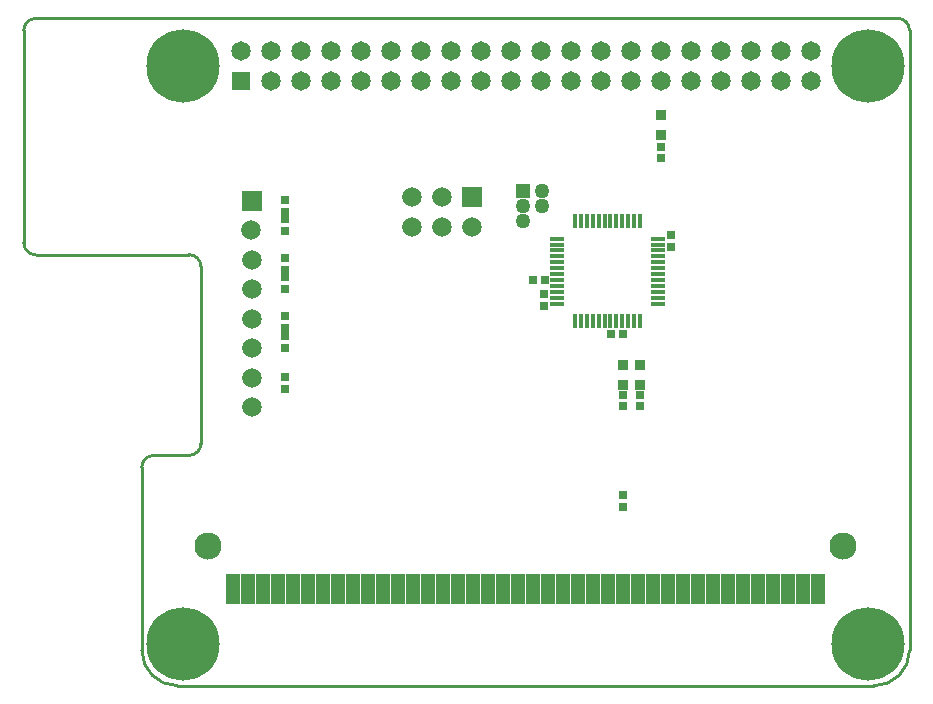
<source format=gts>
G04*
G04 #@! TF.GenerationSoftware,Altium Limited,Altium Designer,21.1.1 (26)*
G04*
G04 Layer_Color=8388736*
%FSAX25Y25*%
%MOIN*%
G70*
G04*
G04 #@! TF.SameCoordinates,385E19C8-3E5E-4D6B-97ED-1EBFA2F8C446*
G04*
G04*
G04 #@! TF.FilePolarity,Negative*
G04*
G01*
G75*
%ADD15C,0.01000*%
%ADD24R,0.04528X0.10433*%
%ADD25R,0.03740X0.03740*%
%ADD26R,0.02756X0.02559*%
%ADD27R,0.05118X0.01575*%
%ADD28R,0.01575X0.05118*%
%ADD29R,0.02756X0.02559*%
%ADD30R,0.02559X0.02756*%
%ADD31R,0.02559X0.02756*%
%ADD32C,0.09055*%
%ADD33C,0.06528*%
%ADD34R,0.06528X0.06528*%
%ADD35C,0.04961*%
%ADD36R,0.04961X0.04961*%
%ADD37R,0.06528X0.06528*%
%ADD38C,0.06496*%
%ADD39R,0.06496X0.06496*%
%ADD40C,0.24409*%
D15*
X-0035433Y0222441D02*
G03*
X-0039370Y0218504I0000000J-0003937D01*
G01*
X0255906D02*
G03*
X0251969Y0222441I-0003937J0000000D01*
G01*
X0000000Y0011811D02*
G03*
X0011811Y0000000I0011811J0000000D01*
G01*
X0244094D02*
G03*
X0255906Y0011811I0000000J0011811D01*
G01*
X0019685Y0139764D02*
G03*
X0015748Y0143701I-0003937J0000000D01*
G01*
X0003937Y0076772D02*
G03*
X0000000Y0072835I0000000J-0003937D01*
G01*
X-0039370Y0147638D02*
G03*
X-0035433Y0143701I0003937J0000000D01*
G01*
X0015748Y0076772D02*
G03*
X0019685Y0080709I0000000J0003937D01*
G01*
X0255906Y0011811D02*
Y0218504D01*
X-0035433Y0222441D02*
X0251969D01*
X-0039370Y0147638D02*
Y0218504D01*
X-0035433Y0143701D02*
X0015748D01*
X0000000Y0011811D02*
Y0072835D01*
X0011811Y0000000D02*
X0244094D01*
X0019685Y0080709D02*
Y0139764D01*
X0003937Y0076772D02*
X0015748D01*
D24*
X0050453Y0032106D02*
D03*
X0030453D02*
D03*
X0035453D02*
D03*
X0040453D02*
D03*
X0045453D02*
D03*
X0055453D02*
D03*
X0060453D02*
D03*
X0065453D02*
D03*
X0070453D02*
D03*
X0075453D02*
D03*
X0080453D02*
D03*
X0085453D02*
D03*
X0090453D02*
D03*
X0095453D02*
D03*
X0100453D02*
D03*
X0205453D02*
D03*
X0210453D02*
D03*
X0215453D02*
D03*
X0220453D02*
D03*
X0225453D02*
D03*
X0180453D02*
D03*
X0185453D02*
D03*
X0190453D02*
D03*
X0195453D02*
D03*
X0200453D02*
D03*
X0155453D02*
D03*
X0160453D02*
D03*
X0165453D02*
D03*
X0170453D02*
D03*
X0175453D02*
D03*
X0130453D02*
D03*
X0135453D02*
D03*
X0140453D02*
D03*
X0145453D02*
D03*
X0150453D02*
D03*
X0105453D02*
D03*
X0110453D02*
D03*
X0115453D02*
D03*
X0120453D02*
D03*
X0125453D02*
D03*
D25*
X0166043Y0100295D02*
D03*
Y0106791D02*
D03*
X0160433D02*
D03*
Y0100295D02*
D03*
X0172953Y0190236D02*
D03*
Y0183740D02*
D03*
D26*
X0047736Y0162008D02*
D03*
Y0158071D02*
D03*
X0173031Y0179724D02*
D03*
Y0175787D02*
D03*
X0047638Y0102756D02*
D03*
Y0098819D02*
D03*
X0047850Y0123316D02*
D03*
Y0119379D02*
D03*
X0047835Y0132185D02*
D03*
Y0136122D02*
D03*
X0047736Y0151476D02*
D03*
Y0155413D02*
D03*
X0047835Y0142618D02*
D03*
Y0138681D02*
D03*
Y0112500D02*
D03*
Y0116437D02*
D03*
X0160433Y0059547D02*
D03*
Y0063484D02*
D03*
X0166043Y0097047D02*
D03*
Y0093110D02*
D03*
X0160531Y0097047D02*
D03*
Y0093110D02*
D03*
D27*
X0138484Y0127362D02*
D03*
Y0129331D02*
D03*
Y0131299D02*
D03*
Y0133268D02*
D03*
Y0135236D02*
D03*
Y0137205D02*
D03*
Y0139173D02*
D03*
Y0141142D02*
D03*
Y0143110D02*
D03*
Y0145079D02*
D03*
Y0147047D02*
D03*
Y0149016D02*
D03*
X0171949D02*
D03*
Y0147047D02*
D03*
Y0145079D02*
D03*
Y0143110D02*
D03*
Y0141142D02*
D03*
Y0139173D02*
D03*
Y0137205D02*
D03*
Y0135236D02*
D03*
Y0133268D02*
D03*
Y0131299D02*
D03*
Y0129331D02*
D03*
Y0127362D02*
D03*
D28*
X0144390Y0154921D02*
D03*
X0146358D02*
D03*
X0148327D02*
D03*
X0150295D02*
D03*
X0152264D02*
D03*
X0154232D02*
D03*
X0156201D02*
D03*
X0158169D02*
D03*
X0160138D02*
D03*
X0162106D02*
D03*
X0164075D02*
D03*
X0166043D02*
D03*
Y0121457D02*
D03*
X0164075D02*
D03*
X0162106D02*
D03*
X0160138D02*
D03*
X0158169D02*
D03*
X0156201D02*
D03*
X0154232D02*
D03*
X0152264D02*
D03*
X0150295D02*
D03*
X0148327D02*
D03*
X0146358D02*
D03*
X0144390D02*
D03*
D29*
X0176378Y0150197D02*
D03*
Y0146260D02*
D03*
X0133957Y0126476D02*
D03*
Y0130413D02*
D03*
D30*
X0134252Y0135236D02*
D03*
X0130315D02*
D03*
D31*
X0160335Y0117224D02*
D03*
X0156398D02*
D03*
D32*
X0233858Y0046634D02*
D03*
X0022047D02*
D03*
D33*
X0089902Y0163071D02*
D03*
Y0153071D02*
D03*
X0099902Y0163071D02*
D03*
Y0153071D02*
D03*
X0109902D02*
D03*
X0036614Y0142028D02*
D03*
X0036417Y0151870D02*
D03*
X0036614Y0122343D02*
D03*
Y0132185D02*
D03*
Y0102657D02*
D03*
Y0112500D02*
D03*
Y0092815D02*
D03*
D34*
X0109902Y0163071D02*
D03*
D35*
X0133366Y0159764D02*
D03*
X0127154D02*
D03*
Y0154764D02*
D03*
X0133366Y0164764D02*
D03*
D36*
X0127154D02*
D03*
D37*
X0036614Y0161713D02*
D03*
D38*
X0222953Y0211693D02*
D03*
Y0201693D02*
D03*
X0212953Y0211693D02*
D03*
Y0201693D02*
D03*
X0202953Y0211693D02*
D03*
Y0201693D02*
D03*
X0192953Y0211693D02*
D03*
Y0201693D02*
D03*
X0182953Y0211693D02*
D03*
Y0201693D02*
D03*
X0172953Y0211693D02*
D03*
Y0201693D02*
D03*
X0162953Y0211693D02*
D03*
Y0201693D02*
D03*
X0152953Y0211693D02*
D03*
Y0201693D02*
D03*
X0142953Y0211693D02*
D03*
Y0201693D02*
D03*
X0132953Y0211693D02*
D03*
Y0201693D02*
D03*
X0122953Y0211693D02*
D03*
Y0201693D02*
D03*
X0112953Y0211693D02*
D03*
Y0201693D02*
D03*
X0102953Y0211693D02*
D03*
Y0201693D02*
D03*
X0092953Y0211693D02*
D03*
Y0201693D02*
D03*
X0082953Y0211693D02*
D03*
Y0201693D02*
D03*
X0072953Y0211693D02*
D03*
Y0201693D02*
D03*
X0062953Y0211693D02*
D03*
Y0201693D02*
D03*
X0052953Y0211693D02*
D03*
Y0201693D02*
D03*
X0042953Y0211693D02*
D03*
Y0201693D02*
D03*
X0032953Y0211693D02*
D03*
D39*
Y0201693D02*
D03*
D40*
X0242126Y0206693D02*
D03*
Y0013780D02*
D03*
X0013780Y0206693D02*
D03*
Y0013780D02*
D03*
M02*

</source>
